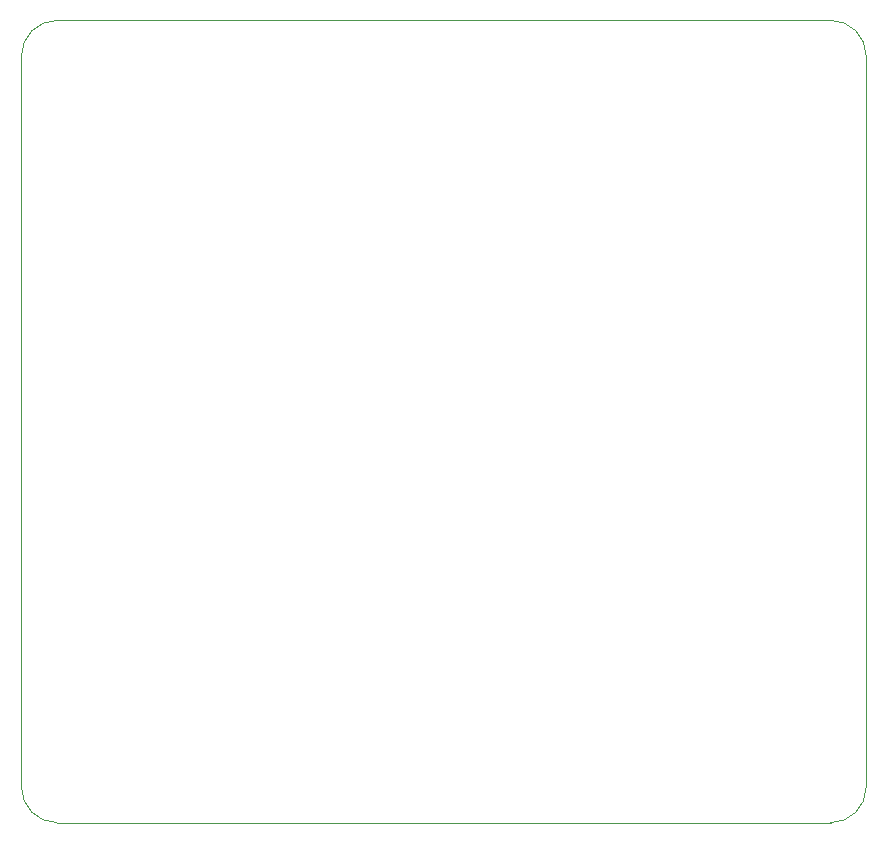
<source format=gbr>
%TF.GenerationSoftware,KiCad,Pcbnew,8.0.7-8.0.7-0~ubuntu22.04.1*%
%TF.CreationDate,2025-01-26T21:06:57+01:00*%
%TF.ProjectId,G431_Expander,47343331-5f45-4787-9061-6e6465722e6b,rev?*%
%TF.SameCoordinates,Original*%
%TF.FileFunction,Profile,NP*%
%FSLAX46Y46*%
G04 Gerber Fmt 4.6, Leading zero omitted, Abs format (unit mm)*
G04 Created by KiCad (PCBNEW 8.0.7-8.0.7-0~ubuntu22.04.1) date 2025-01-26 21:06:57*
%MOMM*%
%LPD*%
G01*
G04 APERTURE LIST*
%TA.AperFunction,Profile*%
%ADD10C,0.050000*%
%TD*%
G04 APERTURE END LIST*
D10*
X127155200Y-112979200D02*
G75*
G02*
X124155200Y-109979200I0J3000000D01*
G01*
X195681600Y-109979200D02*
G75*
G02*
X192681600Y-112979200I-3000000J0D01*
G01*
X124155200Y-48059600D02*
G75*
G02*
X127155200Y-45059600I3000000J0D01*
G01*
X192681600Y-45059600D02*
G75*
G02*
X195681600Y-48059600I0J-3000000D01*
G01*
X124155200Y-109979200D02*
X124155200Y-48059600D01*
X192681600Y-112979200D02*
X127155200Y-112979200D01*
X195681600Y-48059600D02*
X195681600Y-109979200D01*
X127155200Y-45059600D02*
X192681600Y-45059600D01*
M02*

</source>
